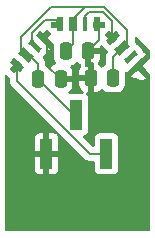
<source format=gbr>
%TF.GenerationSoftware,KiCad,Pcbnew,9.0.3*%
%TF.CreationDate,2025-07-23T15:55:15-05:00*%
%TF.ProjectId,NeoSword_Toplight,4e656f53-776f-4726-945f-546f706c6967,rev?*%
%TF.SameCoordinates,Original*%
%TF.FileFunction,Copper,L2,Bot*%
%TF.FilePolarity,Positive*%
%FSLAX46Y46*%
G04 Gerber Fmt 4.6, Leading zero omitted, Abs format (unit mm)*
G04 Created by KiCad (PCBNEW 9.0.3) date 2025-07-23 15:55:15*
%MOMM*%
%LPD*%
G01*
G04 APERTURE LIST*
G04 Aperture macros list*
%AMRoundRect*
0 Rectangle with rounded corners*
0 $1 Rounding radius*
0 $2 $3 $4 $5 $6 $7 $8 $9 X,Y pos of 4 corners*
0 Add a 4 corners polygon primitive as box body*
4,1,4,$2,$3,$4,$5,$6,$7,$8,$9,$2,$3,0*
0 Add four circle primitives for the rounded corners*
1,1,$1+$1,$2,$3*
1,1,$1+$1,$4,$5*
1,1,$1+$1,$6,$7*
1,1,$1+$1,$8,$9*
0 Add four rect primitives between the rounded corners*
20,1,$1+$1,$2,$3,$4,$5,0*
20,1,$1+$1,$4,$5,$6,$7,0*
20,1,$1+$1,$6,$7,$8,$9,0*
20,1,$1+$1,$8,$9,$2,$3,0*%
%AMRotRect*
0 Rectangle, with rotation*
0 The origin of the aperture is its center*
0 $1 length*
0 $2 width*
0 $3 Rotation angle, in degrees counterclockwise*
0 Add horizontal line*
21,1,$1,$2,0,0,$3*%
G04 Aperture macros list end*
%TA.AperFunction,SMDPad,CuDef*%
%ADD10RotRect,1.000000X0.550000X47.000000*%
%TD*%
%TA.AperFunction,SMDPad,CuDef*%
%ADD11RotRect,0.550000X1.200000X47.000000*%
%TD*%
%TA.AperFunction,SMDPad,CuDef*%
%ADD12RotRect,0.450000X1.200000X47.000000*%
%TD*%
%TA.AperFunction,SMDPad,CuDef*%
%ADD13RotRect,0.700000X1.200000X47.000000*%
%TD*%
%TA.AperFunction,SMDPad,CuDef*%
%ADD14R,1.000000X2.510000*%
%TD*%
%TA.AperFunction,SMDPad,CuDef*%
%ADD15RotRect,1.000000X0.550000X313.000000*%
%TD*%
%TA.AperFunction,SMDPad,CuDef*%
%ADD16RotRect,0.550000X1.200000X313.000000*%
%TD*%
%TA.AperFunction,SMDPad,CuDef*%
%ADD17RotRect,0.700000X1.200000X313.000000*%
%TD*%
%TA.AperFunction,SMDPad,CuDef*%
%ADD18RotRect,0.450000X1.200000X313.000000*%
%TD*%
%TA.AperFunction,SMDPad,CuDef*%
%ADD19R,1.000000X0.550000*%
%TD*%
%TA.AperFunction,SMDPad,CuDef*%
%ADD20R,0.550000X1.200000*%
%TD*%
%TA.AperFunction,SMDPad,CuDef*%
%ADD21R,0.700000X1.200000*%
%TD*%
%TA.AperFunction,SMDPad,CuDef*%
%ADD22R,0.450000X1.200000*%
%TD*%
%TA.AperFunction,SMDPad,CuDef*%
%ADD23RoundRect,0.250000X-0.250000X-0.475000X0.250000X-0.475000X0.250000X0.475000X-0.250000X0.475000X0*%
%TD*%
%TA.AperFunction,SMDPad,CuDef*%
%ADD24RoundRect,0.250000X0.250000X0.475000X-0.250000X0.475000X-0.250000X-0.475000X0.250000X-0.475000X0*%
%TD*%
%TA.AperFunction,Conductor*%
%ADD25C,0.200000*%
%TD*%
G04 APERTURE END LIST*
D10*
%TO.P,D1,4,VSS*%
%TO.N,VSS*%
X146110649Y-75406578D03*
D11*
X145909661Y-75526802D03*
D12*
%TO.P,D1,3,Dout*%
%TO.N,Net-(D1-3)*%
X145227662Y-76258156D03*
D13*
%TO.P,D1,2,VDD*%
%TO.N,3v3*%
X144528614Y-77007793D03*
D11*
%TO.P,D1,1,Din*%
%TO.N,LEDout*%
X143761366Y-77830567D03*
D10*
X143662768Y-78046272D03*
%TD*%
D14*
%TO.P,J9,1,Pin_1*%
%TO.N,LEDout*%
X151300000Y-85350000D03*
%TO.P,J9,2,Pin_2*%
%TO.N,3v3*%
X148760000Y-82040000D03*
%TO.P,J9,3,Pin_3*%
%TO.N,VSS*%
X146220000Y-85350000D03*
%TD*%
D15*
%TO.P,D3,1,Din*%
%TO.N,Net-(D2-3)*%
X151676099Y-75457033D03*
D16*
X151884400Y-75570437D03*
D17*
%TO.P,D3,2,VDD*%
%TO.N,3v3*%
X152651649Y-76393210D03*
D18*
%TO.P,D3,3,Dout*%
%TO.N,unconnected-(D3-Dout-Pad3)*%
X153350697Y-77142848D03*
D16*
%TO.P,D3,4,VSS*%
%TO.N,VSS*%
X154032695Y-77874202D03*
D15*
X154138606Y-78083086D03*
%TD*%
D19*
%TO.P,D2,1,Din*%
%TO.N,Net-(D1-3)*%
X147110000Y-74430000D03*
D20*
X147335000Y-74355000D03*
D21*
%TO.P,D2,2,VDD*%
%TO.N,3v3*%
X148460000Y-74355000D03*
D22*
%TO.P,D2,3,Dout*%
%TO.N,Net-(D2-3)*%
X149485000Y-74355000D03*
D20*
%TO.P,D2,4,VSS*%
%TO.N,VSS*%
X150485000Y-74355000D03*
D19*
X150710000Y-74420000D03*
%TD*%
D23*
%TO.P,C3,1*%
%TO.N,VSS*%
X149960000Y-78945000D03*
%TO.P,C3,2*%
%TO.N,3v3*%
X151860000Y-78945000D03*
%TD*%
D24*
%TO.P,C2,1*%
%TO.N,VSS*%
X149760000Y-76695000D03*
%TO.P,C2,2*%
%TO.N,3v3*%
X147860000Y-76695000D03*
%TD*%
%TO.P,C1,1*%
%TO.N,VSS*%
X147410000Y-78995000D03*
%TO.P,C1,2*%
%TO.N,3v3*%
X145510000Y-78995000D03*
%TD*%
D25*
%TO.N,VSS*%
X146305222Y-77890222D02*
X147410000Y-78995000D01*
X146305222Y-75601151D02*
X146305222Y-77890222D01*
X146110649Y-75406578D02*
X146305222Y-75601151D01*
X150710000Y-75745000D02*
X149760000Y-76695000D01*
X150710000Y-74420000D02*
X150710000Y-75745000D01*
%TO.N,3v3*%
X148460000Y-76095000D02*
X148460000Y-74355000D01*
X147860000Y-76695000D02*
X148460000Y-76095000D01*
X151860000Y-77184859D02*
X152651649Y-76393210D01*
X151860000Y-78945000D02*
X151860000Y-77184859D01*
X146627015Y-72956500D02*
X149456500Y-72956500D01*
X144104091Y-75479424D02*
X146627015Y-72956500D01*
X144104091Y-76583270D02*
X144104091Y-75479424D01*
X144528614Y-77007793D02*
X144104091Y-76583270D01*
X149456500Y-72956500D02*
X149513000Y-72900000D01*
%TO.N,Net-(D1-3)*%
X144982299Y-75753090D02*
X145292301Y-76063092D01*
X147335000Y-74055000D02*
X146094201Y-74055000D01*
X146094201Y-74055000D02*
X144982299Y-75166901D01*
X144982299Y-75166901D02*
X144982299Y-75753090D01*
%TO.N,3v3*%
X153076172Y-75968687D02*
X152651649Y-76393210D01*
X153076172Y-74876172D02*
X153076172Y-75968687D01*
X151100000Y-72900000D02*
X153076172Y-74876172D01*
X149513000Y-72900000D02*
X151100000Y-72900000D01*
X148460000Y-73953000D02*
X149456500Y-72956500D01*
X148460000Y-74355000D02*
X148460000Y-73953000D01*
%TO.N,Net-(D2-3)*%
X149485000Y-73729000D02*
X149485000Y-74055000D01*
X151734400Y-74119400D02*
X151010000Y-73395000D01*
X151734400Y-75320437D02*
X151734400Y-74119400D01*
X149819000Y-73395000D02*
X149485000Y-73729000D01*
X151010000Y-73395000D02*
X149819000Y-73395000D01*
%TO.N,3v3*%
X145510000Y-77729476D02*
X144593253Y-76812729D01*
X145510000Y-78995000D02*
X145510000Y-77729476D01*
%TO.N,LEDout*%
X149865000Y-85350000D02*
X151300000Y-85350000D01*
X143727407Y-79212407D02*
X149865000Y-85350000D01*
X143727407Y-77851208D02*
X143727407Y-79212407D01*
%TO.N,Net-(D1-3)*%
X147110000Y-74130000D02*
X147110000Y-74276802D01*
%TO.N,3v3*%
X148555000Y-82040000D02*
X145510000Y-78995000D01*
X148760000Y-82040000D02*
X148555000Y-82040000D01*
%TD*%
%TA.AperFunction,Conductor*%
%TO.N,VSS*%
G36*
X153881875Y-75475837D02*
G01*
X153891809Y-75485467D01*
X154975325Y-76659981D01*
X155006313Y-76722602D01*
X155008184Y-76744060D01*
X155008184Y-77252457D01*
X154988499Y-77319496D01*
X154968752Y-77343145D01*
X154338494Y-77930869D01*
X154974872Y-78613301D01*
X155006196Y-78675756D01*
X155008184Y-78697869D01*
X155008184Y-91790226D01*
X154988499Y-91857265D01*
X154935695Y-91903020D01*
X154884184Y-91914226D01*
X142824500Y-91914226D01*
X142757461Y-91894541D01*
X142711706Y-91841737D01*
X142700500Y-91790226D01*
X142700500Y-86652844D01*
X145220000Y-86652844D01*
X145226401Y-86712372D01*
X145226403Y-86712379D01*
X145276645Y-86847086D01*
X145276649Y-86847093D01*
X145362809Y-86962187D01*
X145362812Y-86962190D01*
X145477906Y-87048350D01*
X145477913Y-87048354D01*
X145612620Y-87098596D01*
X145612627Y-87098598D01*
X145672155Y-87104999D01*
X145672172Y-87105000D01*
X145970000Y-87105000D01*
X146470000Y-87105000D01*
X146767828Y-87105000D01*
X146767844Y-87104999D01*
X146827372Y-87098598D01*
X146827379Y-87098596D01*
X146962086Y-87048354D01*
X146962093Y-87048350D01*
X147077187Y-86962190D01*
X147077190Y-86962187D01*
X147163350Y-86847093D01*
X147163354Y-86847086D01*
X147213596Y-86712379D01*
X147213598Y-86712372D01*
X147219999Y-86652844D01*
X147220000Y-86652827D01*
X147220000Y-85600000D01*
X146470000Y-85600000D01*
X146470000Y-87105000D01*
X145970000Y-87105000D01*
X145970000Y-85600000D01*
X145220000Y-85600000D01*
X145220000Y-86652844D01*
X142700500Y-86652844D01*
X142700500Y-84047155D01*
X145220000Y-84047155D01*
X145220000Y-85100000D01*
X145970000Y-85100000D01*
X145970000Y-83595000D01*
X145672155Y-83595000D01*
X145612627Y-83601401D01*
X145612620Y-83601403D01*
X145477913Y-83651645D01*
X145477906Y-83651649D01*
X145362812Y-83737809D01*
X145362809Y-83737812D01*
X145276649Y-83852906D01*
X145276645Y-83852913D01*
X145226403Y-83987620D01*
X145226401Y-83987627D01*
X145220000Y-84047155D01*
X142700500Y-84047155D01*
X142700500Y-78802133D01*
X142706145Y-78782905D01*
X142706877Y-78762881D01*
X142715788Y-78750067D01*
X142720185Y-78735094D01*
X142735327Y-78721973D01*
X142746770Y-78705520D01*
X142761195Y-78699558D01*
X142772989Y-78689339D01*
X142792821Y-78686487D01*
X142811342Y-78678833D01*
X142826698Y-78681616D01*
X142842147Y-78679395D01*
X142860375Y-78687719D01*
X142880092Y-78691293D01*
X142902833Y-78707109D01*
X142905703Y-78708420D01*
X142909058Y-78711437D01*
X143006318Y-78802133D01*
X143087474Y-78877811D01*
X143123079Y-78937928D01*
X143126907Y-78968499D01*
X143126907Y-79125737D01*
X143126906Y-79125755D01*
X143126906Y-79291461D01*
X143126905Y-79291461D01*
X143167830Y-79444192D01*
X143196765Y-79494307D01*
X143196766Y-79494311D01*
X143196767Y-79494311D01*
X143246886Y-79581121D01*
X143246888Y-79581124D01*
X143365756Y-79699992D01*
X143365762Y-79699997D01*
X147149471Y-83483706D01*
X147182956Y-83545029D01*
X147177972Y-83614721D01*
X147136100Y-83670654D01*
X147070636Y-83695071D01*
X147002363Y-83680219D01*
X146987479Y-83670654D01*
X146962088Y-83651647D01*
X146962086Y-83651645D01*
X146827379Y-83601403D01*
X146827372Y-83601401D01*
X146767844Y-83595000D01*
X146470000Y-83595000D01*
X146470000Y-85100000D01*
X147220000Y-85100000D01*
X147220000Y-84047172D01*
X147219999Y-84047155D01*
X147213598Y-83987627D01*
X147213596Y-83987620D01*
X147163354Y-83852913D01*
X147163350Y-83852906D01*
X147144346Y-83827520D01*
X147119928Y-83762056D01*
X147134779Y-83693783D01*
X147184184Y-83644377D01*
X147252457Y-83629525D01*
X147317921Y-83653941D01*
X147331293Y-83665528D01*
X149380139Y-85714374D01*
X149380149Y-85714385D01*
X149384479Y-85718715D01*
X149384480Y-85718716D01*
X149496284Y-85830520D01*
X149583095Y-85880639D01*
X149583097Y-85880641D01*
X149633213Y-85909576D01*
X149633215Y-85909577D01*
X149785942Y-85950500D01*
X149785943Y-85950500D01*
X150175501Y-85950500D01*
X150242540Y-85970185D01*
X150288295Y-86022989D01*
X150299501Y-86074500D01*
X150299501Y-86652876D01*
X150305908Y-86712483D01*
X150356202Y-86847328D01*
X150356206Y-86847335D01*
X150442452Y-86962544D01*
X150442455Y-86962547D01*
X150557664Y-87048793D01*
X150557671Y-87048797D01*
X150692517Y-87099091D01*
X150692516Y-87099091D01*
X150699444Y-87099835D01*
X150752127Y-87105500D01*
X151847872Y-87105499D01*
X151907483Y-87099091D01*
X152042331Y-87048796D01*
X152157546Y-86962546D01*
X152243796Y-86847331D01*
X152294091Y-86712483D01*
X152300500Y-86652873D01*
X152300499Y-84047128D01*
X152294091Y-83987517D01*
X152292668Y-83983703D01*
X152243797Y-83852671D01*
X152243793Y-83852664D01*
X152157547Y-83737455D01*
X152157544Y-83737452D01*
X152042335Y-83651206D01*
X152042328Y-83651202D01*
X151907482Y-83600908D01*
X151907483Y-83600908D01*
X151847883Y-83594501D01*
X151847881Y-83594500D01*
X151847873Y-83594500D01*
X151847864Y-83594500D01*
X150752129Y-83594500D01*
X150752123Y-83594501D01*
X150692516Y-83600908D01*
X150557671Y-83651202D01*
X150557664Y-83651206D01*
X150442455Y-83737452D01*
X150442452Y-83737455D01*
X150356206Y-83852664D01*
X150356202Y-83852671D01*
X150305908Y-83987517D01*
X150299501Y-84047116D01*
X150299501Y-84047123D01*
X150299500Y-84047135D01*
X150299500Y-84625500D01*
X150296949Y-84634185D01*
X150298238Y-84643147D01*
X150287259Y-84667187D01*
X150279815Y-84692539D01*
X150272974Y-84698466D01*
X150269213Y-84706703D01*
X150246978Y-84720992D01*
X150227011Y-84738294D01*
X150216496Y-84740581D01*
X150210435Y-84744477D01*
X150175500Y-84749500D01*
X150165097Y-84749500D01*
X150098058Y-84729815D01*
X150077416Y-84713181D01*
X149347938Y-83983703D01*
X149314453Y-83922380D01*
X149319437Y-83852688D01*
X149361309Y-83796755D01*
X149392286Y-83779840D01*
X149502331Y-83738796D01*
X149617546Y-83652546D01*
X149703796Y-83537331D01*
X149754091Y-83402483D01*
X149760500Y-83342873D01*
X149760499Y-80737128D01*
X149754091Y-80677517D01*
X149703796Y-80542669D01*
X149703795Y-80542668D01*
X149703793Y-80542664D01*
X149617547Y-80427455D01*
X149617544Y-80427452D01*
X149570690Y-80392377D01*
X149528819Y-80336443D01*
X149523835Y-80266752D01*
X149557321Y-80205429D01*
X149618644Y-80171945D01*
X149657608Y-80169753D01*
X149660024Y-80169999D01*
X149709999Y-80169998D01*
X149710000Y-80169998D01*
X149710000Y-79195000D01*
X148960001Y-79195000D01*
X148960001Y-79469986D01*
X148970494Y-79572697D01*
X149025641Y-79739119D01*
X149025643Y-79739124D01*
X149117684Y-79888345D01*
X149241655Y-80012316D01*
X149241659Y-80012319D01*
X149310793Y-80054962D01*
X149357518Y-80106910D01*
X149368739Y-80175872D01*
X149340896Y-80239954D01*
X149282827Y-80278810D01*
X149245696Y-80284500D01*
X148212123Y-80284500D01*
X148210363Y-80284595D01*
X148209965Y-80284500D01*
X148208807Y-80284501D01*
X148208807Y-80284226D01*
X148142370Y-80268513D01*
X148093864Y-80218224D01*
X148080247Y-80149694D01*
X148105841Y-80084681D01*
X148126850Y-80063497D01*
X148128349Y-80062311D01*
X148252315Y-79938345D01*
X148344356Y-79789124D01*
X148344358Y-79789119D01*
X148399505Y-79622697D01*
X148399506Y-79622690D01*
X148409999Y-79519986D01*
X148410000Y-79519973D01*
X148410000Y-79245000D01*
X147534000Y-79245000D01*
X147466961Y-79225315D01*
X147421206Y-79172511D01*
X147410000Y-79121000D01*
X147410000Y-78869000D01*
X147429685Y-78801961D01*
X147482489Y-78756206D01*
X147534000Y-78745000D01*
X148409999Y-78745000D01*
X148409999Y-78470028D01*
X148409998Y-78470013D01*
X148399505Y-78367302D01*
X148344358Y-78200880D01*
X148344353Y-78200869D01*
X148263876Y-78070396D01*
X148245435Y-78003004D01*
X148266357Y-77936340D01*
X148319999Y-77891570D01*
X148330393Y-77887599D01*
X148429334Y-77854814D01*
X148578656Y-77762712D01*
X148702712Y-77638656D01*
X148704752Y-77635347D01*
X148706745Y-77633555D01*
X148707193Y-77632989D01*
X148707289Y-77633065D01*
X148756694Y-77588623D01*
X148825656Y-77577395D01*
X148889740Y-77605234D01*
X148915829Y-77635339D01*
X148917681Y-77638341D01*
X148917683Y-77638344D01*
X149041655Y-77762316D01*
X149041659Y-77762319D01*
X149103235Y-77800300D01*
X149149960Y-77852248D01*
X149161181Y-77921210D01*
X149133338Y-77985292D01*
X149125823Y-77993516D01*
X149117683Y-78001656D01*
X149025643Y-78150875D01*
X149025641Y-78150880D01*
X148970494Y-78317302D01*
X148970493Y-78317309D01*
X148960000Y-78420013D01*
X148960000Y-78695000D01*
X149710000Y-78695000D01*
X149710000Y-78050000D01*
X149634000Y-78050000D01*
X149566961Y-78030315D01*
X149521206Y-77977511D01*
X149510000Y-77926000D01*
X149510000Y-76819000D01*
X149529685Y-76751961D01*
X149582489Y-76706206D01*
X149634000Y-76695000D01*
X149760000Y-76695000D01*
X149760000Y-76569000D01*
X149779685Y-76501961D01*
X149832489Y-76456206D01*
X149884000Y-76445000D01*
X150759999Y-76445000D01*
X150759999Y-76293097D01*
X150779684Y-76226058D01*
X150832488Y-76180303D01*
X150901646Y-76170359D01*
X150965202Y-76199384D01*
X150974681Y-76208524D01*
X151299744Y-76557109D01*
X151345085Y-76596336D01*
X151360641Y-76604107D01*
X151411816Y-76651675D01*
X151429150Y-76719361D01*
X151407138Y-76785673D01*
X151405131Y-76788484D01*
X151399556Y-76796066D01*
X151379480Y-76816143D01*
X151363459Y-76843893D01*
X151360037Y-76849819D01*
X151360037Y-76849820D01*
X151305085Y-76945000D01*
X151300423Y-76953074D01*
X151259499Y-77105802D01*
X151259499Y-77105804D01*
X151259499Y-77273905D01*
X151259500Y-77273918D01*
X151259500Y-77735201D01*
X151239815Y-77802240D01*
X151200598Y-77840739D01*
X151141344Y-77877287D01*
X151017288Y-78001343D01*
X151017283Y-78001349D01*
X151015241Y-78004661D01*
X151013247Y-78006453D01*
X151012807Y-78007011D01*
X151012711Y-78006935D01*
X150963291Y-78051383D01*
X150894328Y-78062602D01*
X150830247Y-78034755D01*
X150804168Y-78004656D01*
X150802319Y-78001659D01*
X150802316Y-78001655D01*
X150678343Y-77877682D01*
X150616763Y-77839699D01*
X150570039Y-77787751D01*
X150558818Y-77718788D01*
X150586661Y-77654706D01*
X150594183Y-77646476D01*
X150602317Y-77638341D01*
X150694356Y-77489124D01*
X150694358Y-77489119D01*
X150749505Y-77322697D01*
X150749506Y-77322690D01*
X150759999Y-77219986D01*
X150760000Y-77219973D01*
X150760000Y-76945000D01*
X150010000Y-76945000D01*
X150010000Y-77590000D01*
X150086000Y-77590000D01*
X150153039Y-77609685D01*
X150198794Y-77662489D01*
X150210000Y-77714000D01*
X150210000Y-80169999D01*
X150259972Y-80169999D01*
X150259986Y-80169998D01*
X150362697Y-80159505D01*
X150529119Y-80104358D01*
X150529124Y-80104356D01*
X150678345Y-80012315D01*
X150802318Y-79888342D01*
X150804165Y-79885348D01*
X150805969Y-79883724D01*
X150806798Y-79882677D01*
X150806976Y-79882818D01*
X150856110Y-79838621D01*
X150925073Y-79827396D01*
X150989156Y-79855236D01*
X151015243Y-79885341D01*
X151017288Y-79888656D01*
X151141344Y-80012712D01*
X151290666Y-80104814D01*
X151457203Y-80159999D01*
X151559991Y-80170500D01*
X152160008Y-80170499D01*
X152160016Y-80170498D01*
X152160019Y-80170498D01*
X152216302Y-80164748D01*
X152262797Y-80159999D01*
X152429334Y-80104814D01*
X152578656Y-80012712D01*
X152702712Y-79888656D01*
X152794814Y-79739334D01*
X152849999Y-79572797D01*
X152860500Y-79470009D01*
X152860499Y-78807237D01*
X153398705Y-78807237D01*
X153448375Y-78860502D01*
X153493668Y-78899685D01*
X153622293Y-78963943D01*
X153763801Y-78989356D01*
X153848035Y-78980233D01*
X153916804Y-78992584D01*
X153942418Y-79010691D01*
X153942914Y-79010118D01*
X153990718Y-79051474D01*
X154119342Y-79115732D01*
X154260852Y-79141145D01*
X154403795Y-79125665D01*
X154403797Y-79125664D01*
X154536587Y-79070536D01*
X154536589Y-79070534D01*
X154584501Y-79034609D01*
X154637765Y-78984938D01*
X153972817Y-78271869D01*
X153398705Y-78807237D01*
X152860499Y-78807237D01*
X152860499Y-78544873D01*
X152880184Y-78477835D01*
X152932988Y-78432080D01*
X153002146Y-78422136D01*
X153043603Y-78441069D01*
X153057705Y-78441561D01*
X153862195Y-77691364D01*
X154666684Y-76941164D01*
X154617020Y-76887906D01*
X154617018Y-76887905D01*
X154571721Y-76848718D01*
X154477603Y-76801699D01*
X154426428Y-76754129D01*
X154418505Y-76738333D01*
X154377617Y-76639842D01*
X154341651Y-76591875D01*
X153969453Y-76192744D01*
X153942479Y-76169407D01*
X153924114Y-76153518D01*
X153924112Y-76153517D01*
X153853282Y-76118132D01*
X153802810Y-76071729D01*
X153797840Y-76063573D01*
X153763819Y-75981624D01*
X153727852Y-75933657D01*
X153701364Y-75905252D01*
X153694783Y-75894452D01*
X153688883Y-75872424D01*
X153678659Y-75852038D01*
X153676672Y-75829927D01*
X153676672Y-75569550D01*
X153696357Y-75502511D01*
X153749161Y-75456756D01*
X153818319Y-75446812D01*
X153881875Y-75475837D01*
G37*
%TD.AperFunction*%
%TA.AperFunction,Conductor*%
G36*
X145936049Y-75292353D02*
G01*
X145968778Y-75292330D01*
X145971685Y-75293655D01*
X145973182Y-75293710D01*
X145977710Y-75296401D01*
X146000893Y-75306969D01*
X146118402Y-75382366D01*
X146136007Y-75396042D01*
X146823709Y-76037334D01*
X146859314Y-76097451D01*
X146862499Y-76140620D01*
X146859501Y-76169972D01*
X146859500Y-76169997D01*
X146859500Y-77220001D01*
X146859501Y-77220019D01*
X146870000Y-77322796D01*
X146870001Y-77322799D01*
X146925185Y-77489331D01*
X146925189Y-77489340D01*
X147005905Y-77620202D01*
X147024345Y-77687594D01*
X147003422Y-77754258D01*
X146949780Y-77799027D01*
X146939371Y-77803003D01*
X146840886Y-77835638D01*
X146840875Y-77835643D01*
X146691654Y-77927684D01*
X146567683Y-78051655D01*
X146567679Y-78051660D01*
X146565826Y-78054665D01*
X146564018Y-78056290D01*
X146563202Y-78057323D01*
X146563025Y-78057183D01*
X146513874Y-78101385D01*
X146444911Y-78112601D01*
X146380831Y-78084752D01*
X146354753Y-78054653D01*
X146354737Y-78054628D01*
X146352712Y-78051344D01*
X146228656Y-77927288D01*
X146228652Y-77927285D01*
X146169404Y-77890740D01*
X146122679Y-77838792D01*
X146110501Y-77785202D01*
X146110501Y-77650421D01*
X146110501Y-77650419D01*
X146069577Y-77497691D01*
X146040639Y-77447571D01*
X145990520Y-77360760D01*
X145921018Y-77291258D01*
X145915879Y-77284474D01*
X145906380Y-77259446D01*
X145893554Y-77235956D01*
X145894174Y-77227282D01*
X145891088Y-77219150D01*
X145896628Y-77192961D01*
X145898538Y-77166264D01*
X145904222Y-77157070D01*
X145905550Y-77150794D01*
X145912364Y-77143901D01*
X145924030Y-77125032D01*
X146218614Y-76809129D01*
X146254582Y-76761162D01*
X146295463Y-76662688D01*
X146339347Y-76608321D01*
X146354569Y-76599305D01*
X146448687Y-76552285D01*
X146493981Y-76513102D01*
X146543649Y-76459837D01*
X145962351Y-75917768D01*
X145956517Y-75916274D01*
X145926321Y-75910802D01*
X145921177Y-75907224D01*
X145918554Y-75906553D01*
X145897346Y-75890650D01*
X145883004Y-75877276D01*
X145855981Y-75838323D01*
X145855942Y-75838346D01*
X145855667Y-75837871D01*
X145853008Y-75834037D01*
X145851879Y-75831313D01*
X145851878Y-75831307D01*
X145772820Y-75694376D01*
X145690692Y-75612248D01*
X145657207Y-75550925D01*
X145662191Y-75481233D01*
X145704063Y-75425300D01*
X145769527Y-75400883D01*
X145774047Y-75400642D01*
X145774360Y-75400631D01*
X145843242Y-75326765D01*
X145871401Y-75310086D01*
X145898908Y-75292381D01*
X145901300Y-75292379D01*
X145903359Y-75291160D01*
X145936049Y-75292353D01*
G37*
%TD.AperFunction*%
%TA.AperFunction,Conductor*%
G36*
X150398078Y-74113644D02*
G01*
X150428065Y-74120168D01*
X150433080Y-74123922D01*
X150435677Y-74124685D01*
X150456319Y-74141319D01*
X150485000Y-74170000D01*
X150586000Y-74170000D01*
X150653039Y-74189685D01*
X150698794Y-74242489D01*
X150710000Y-74294000D01*
X150710000Y-74546000D01*
X150690315Y-74613039D01*
X150637511Y-74658794D01*
X150586000Y-74670000D01*
X150334500Y-74670000D01*
X150267461Y-74650315D01*
X150221706Y-74597511D01*
X150210500Y-74546000D01*
X150210499Y-74229000D01*
X150230183Y-74161961D01*
X150282987Y-74116206D01*
X150334499Y-74105000D01*
X150368638Y-74105000D01*
X150398078Y-74113644D01*
G37*
%TD.AperFunction*%
%TD*%
M02*

</source>
